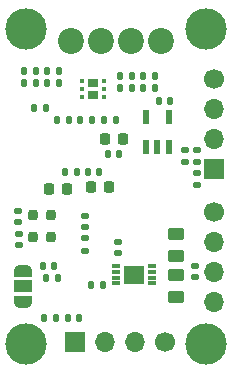
<source format=gts>
G04 #@! TF.GenerationSoftware,KiCad,Pcbnew,7.0.7*
G04 #@! TF.CreationDate,2023-10-16T22:19:58-07:00*
G04 #@! TF.ProjectId,DeploymentBoardV2.0,4465706c-6f79-46d6-956e-74426f617264,rev?*
G04 #@! TF.SameCoordinates,Original*
G04 #@! TF.FileFunction,Soldermask,Top*
G04 #@! TF.FilePolarity,Negative*
%FSLAX46Y46*%
G04 Gerber Fmt 4.6, Leading zero omitted, Abs format (unit mm)*
G04 Created by KiCad (PCBNEW 7.0.7) date 2023-10-16 22:19:58*
%MOMM*%
%LPD*%
G01*
G04 APERTURE LIST*
G04 Aperture macros list*
%AMRoundRect*
0 Rectangle with rounded corners*
0 $1 Rounding radius*
0 $2 $3 $4 $5 $6 $7 $8 $9 X,Y pos of 4 corners*
0 Add a 4 corners polygon primitive as box body*
4,1,4,$2,$3,$4,$5,$6,$7,$8,$9,$2,$3,0*
0 Add four circle primitives for the rounded corners*
1,1,$1+$1,$2,$3*
1,1,$1+$1,$4,$5*
1,1,$1+$1,$6,$7*
1,1,$1+$1,$8,$9*
0 Add four rect primitives between the rounded corners*
20,1,$1+$1,$2,$3,$4,$5,0*
20,1,$1+$1,$4,$5,$6,$7,0*
20,1,$1+$1,$6,$7,$8,$9,0*
20,1,$1+$1,$8,$9,$2,$3,0*%
%AMFreePoly0*
4,1,19,0.550000,-0.750000,0.000000,-0.750000,0.000000,-0.744911,-0.071157,-0.744911,-0.207708,-0.704816,-0.327430,-0.627875,-0.420627,-0.520320,-0.479746,-0.390866,-0.500000,-0.250000,-0.500000,0.250000,-0.479746,0.390866,-0.420627,0.520320,-0.327430,0.627875,-0.207708,0.704816,-0.071157,0.744911,0.000000,0.744911,0.000000,0.750000,0.550000,0.750000,0.550000,-0.750000,0.550000,-0.750000,
$1*%
%AMFreePoly1*
4,1,19,0.000000,0.744911,0.071157,0.744911,0.207708,0.704816,0.327430,0.627875,0.420627,0.520320,0.479746,0.390866,0.500000,0.250000,0.500000,-0.250000,0.479746,-0.390866,0.420627,-0.520320,0.327430,-0.627875,0.207708,-0.704816,0.071157,-0.744911,0.000000,-0.744911,0.000000,-0.750000,-0.550000,-0.750000,-0.550000,0.750000,0.000000,0.750000,0.000000,0.744911,0.000000,0.744911,
$1*%
G04 Aperture macros list end*
%ADD10RoundRect,0.250000X-0.450000X0.262500X-0.450000X-0.262500X0.450000X-0.262500X0.450000X0.262500X0*%
%ADD11RoundRect,0.140000X0.140000X0.170000X-0.140000X0.170000X-0.140000X-0.170000X0.140000X-0.170000X0*%
%ADD12RoundRect,0.135000X0.135000X0.185000X-0.135000X0.185000X-0.135000X-0.185000X0.135000X-0.185000X0*%
%ADD13C,3.500000*%
%ADD14RoundRect,0.200000X0.200000X0.250000X-0.200000X0.250000X-0.200000X-0.250000X0.200000X-0.250000X0*%
%ADD15RoundRect,0.140000X0.170000X-0.140000X0.170000X0.140000X-0.170000X0.140000X-0.170000X-0.140000X0*%
%ADD16R,0.750000X0.300000*%
%ADD17R,1.800000X1.650000*%
%ADD18RoundRect,0.140000X-0.170000X0.140000X-0.170000X-0.140000X0.170000X-0.140000X0.170000X0.140000X0*%
%ADD19RoundRect,0.135000X-0.135000X-0.185000X0.135000X-0.185000X0.135000X0.185000X-0.135000X0.185000X0*%
%ADD20RoundRect,0.135000X-0.185000X0.135000X-0.185000X-0.135000X0.185000X-0.135000X0.185000X0.135000X0*%
%ADD21RoundRect,0.135000X0.185000X-0.135000X0.185000X0.135000X-0.185000X0.135000X-0.185000X-0.135000X0*%
%ADD22RoundRect,0.225000X-0.225000X-0.250000X0.225000X-0.250000X0.225000X0.250000X-0.225000X0.250000X0*%
%ADD23RoundRect,0.140000X-0.140000X-0.170000X0.140000X-0.170000X0.140000X0.170000X-0.140000X0.170000X0*%
%ADD24RoundRect,0.147500X0.147500X0.172500X-0.147500X0.172500X-0.147500X-0.172500X0.147500X-0.172500X0*%
%ADD25RoundRect,0.225000X0.225000X0.250000X-0.225000X0.250000X-0.225000X-0.250000X0.225000X-0.250000X0*%
%ADD26RoundRect,0.147500X-0.147500X-0.172500X0.147500X-0.172500X0.147500X0.172500X-0.147500X0.172500X0*%
%ADD27R,0.425000X0.400000*%
%ADD28R,0.900000X0.650000*%
%ADD29FreePoly0,270.000000*%
%ADD30R,1.500000X1.000000*%
%ADD31FreePoly1,270.000000*%
%ADD32RoundRect,0.147500X-0.172500X0.147500X-0.172500X-0.147500X0.172500X-0.147500X0.172500X0.147500X0*%
%ADD33R,0.600000X1.200000*%
%ADD34C,1.700000*%
%ADD35O,1.700000X1.700000*%
%ADD36R,1.700000X1.700000*%
%ADD37C,2.200000*%
G04 APERTURE END LIST*
D10*
X40604600Y-45287400D03*
X40604600Y-47112400D03*
D11*
X35836800Y-38504157D03*
X34876800Y-38504157D03*
D12*
X33552002Y-35595000D03*
X32532002Y-35595000D03*
D13*
X43180000Y-54610000D03*
D12*
X28790001Y-32450000D03*
X27770001Y-32450000D03*
D14*
X30005000Y-45545000D03*
X30005000Y-43695000D03*
X28555000Y-43695000D03*
X28555000Y-45545000D03*
D12*
X30710001Y-31440000D03*
X29690001Y-31440000D03*
D13*
X27940000Y-54610000D03*
D15*
X35737800Y-46911200D03*
X35737800Y-45951200D03*
D16*
X35584000Y-47951500D03*
X35584000Y-48451500D03*
X35584000Y-48951500D03*
X35584000Y-49451500D03*
X38584000Y-49451500D03*
X38584000Y-48951500D03*
X38584000Y-48451500D03*
X38584000Y-47951500D03*
D17*
X37084000Y-48701500D03*
D13*
X27940000Y-27940000D03*
D18*
X27290000Y-45272500D03*
X27290000Y-46232500D03*
D19*
X29630000Y-49002500D03*
X30650000Y-49002500D03*
X30540000Y-35600000D03*
X31560000Y-35600000D03*
D20*
X42418000Y-40088400D03*
X42418000Y-41108400D03*
D19*
X34530000Y-35580000D03*
X35550000Y-35580000D03*
X35850000Y-31850000D03*
X36870000Y-31850000D03*
D21*
X32880000Y-46662499D03*
X32880000Y-45642499D03*
D22*
X33425000Y-41322500D03*
X34975000Y-41322500D03*
D19*
X37790001Y-32879999D03*
X38810001Y-32879999D03*
D23*
X39159800Y-34036800D03*
X40119800Y-34036800D03*
D11*
X34414400Y-49555400D03*
X33454400Y-49555400D03*
D24*
X32425000Y-52400200D03*
X31455000Y-52400200D03*
D11*
X32205000Y-40002500D03*
X31245000Y-40002500D03*
D12*
X29610000Y-34620200D03*
X28590000Y-34620200D03*
D25*
X31382000Y-41452800D03*
X29832000Y-41452800D03*
D23*
X29329999Y-47982500D03*
X30289999Y-47982500D03*
D19*
X35850000Y-32880000D03*
X36870000Y-32880000D03*
D24*
X38804994Y-31850000D03*
X37834994Y-31850000D03*
D12*
X30730000Y-32460000D03*
X29710000Y-32460000D03*
D13*
X43180000Y-27940000D03*
D10*
X40614600Y-48769900D03*
X40614600Y-50594900D03*
D26*
X27765001Y-31430000D03*
X28735001Y-31430000D03*
D27*
X32692000Y-32330000D03*
X32692000Y-32980000D03*
X32692000Y-33630000D03*
X34568000Y-33630000D03*
X34568000Y-32980000D03*
X34568000Y-32330000D03*
D28*
X33630000Y-32505000D03*
X33630000Y-33455000D03*
D29*
X27630000Y-48392500D03*
D30*
X27630000Y-49692500D03*
D31*
X27630000Y-50992500D03*
D19*
X29460000Y-52400200D03*
X30480000Y-52400200D03*
D15*
X27260000Y-44252500D03*
X27260000Y-43292500D03*
D32*
X32890000Y-43727500D03*
X32890000Y-44697500D03*
D23*
X33145000Y-40012500D03*
X34105000Y-40012500D03*
D18*
X41376600Y-38188000D03*
X41376600Y-39148000D03*
D20*
X42418000Y-38174200D03*
X42418000Y-39194200D03*
D15*
X42194600Y-48932400D03*
X42194600Y-47972400D03*
D25*
X36144826Y-37211000D03*
X34594826Y-37211000D03*
D33*
X38089800Y-37896800D03*
X39039800Y-37896800D03*
X39989800Y-37896800D03*
X39989800Y-35396800D03*
X38089800Y-35396800D03*
D34*
X43815000Y-32156400D03*
D35*
X43815000Y-34696400D03*
X43815000Y-37236400D03*
D36*
X43815000Y-39776400D03*
D34*
X43815000Y-43434000D03*
D35*
X43815000Y-45974000D03*
X43815000Y-48514000D03*
X43815000Y-51054000D03*
D34*
X39700200Y-54432200D03*
D35*
X37160200Y-54432200D03*
X34620200Y-54432200D03*
D36*
X32080200Y-54432200D03*
D37*
X31750000Y-28930000D03*
X34290000Y-28930000D03*
X36830000Y-28930000D03*
X39370000Y-28930000D03*
M02*

</source>
